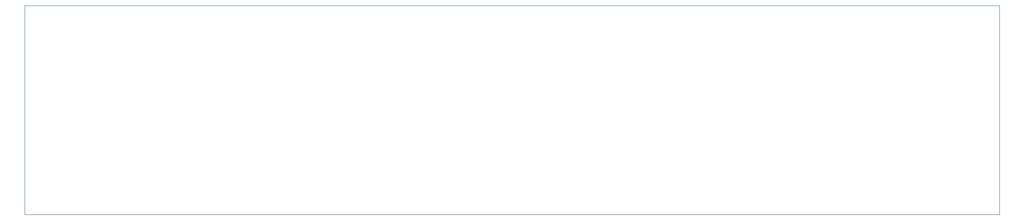
<source format=gbr>
%TF.GenerationSoftware,KiCad,Pcbnew,(5.1.10)-1*%
%TF.CreationDate,2021-09-28T13:49:37-04:00*%
%TF.ProjectId,LED Driver,4c454420-4472-4697-9665-722e6b696361,C*%
%TF.SameCoordinates,Original*%
%TF.FileFunction,Profile,NP*%
%FSLAX46Y46*%
G04 Gerber Fmt 4.6, Leading zero omitted, Abs format (unit mm)*
G04 Created by KiCad (PCBNEW (5.1.10)-1) date 2021-09-28 13:49:37*
%MOMM*%
%LPD*%
G01*
G04 APERTURE LIST*
%TA.AperFunction,Profile*%
%ADD10C,0.100000*%
%TD*%
G04 APERTURE END LIST*
D10*
X45720000Y-76200000D02*
X45720000Y-114300000D01*
X223520000Y-76200000D02*
X45720000Y-76200000D01*
X223520000Y-114300000D02*
X223520000Y-76200000D01*
X45720000Y-114300000D02*
X223520000Y-114300000D01*
M02*

</source>
